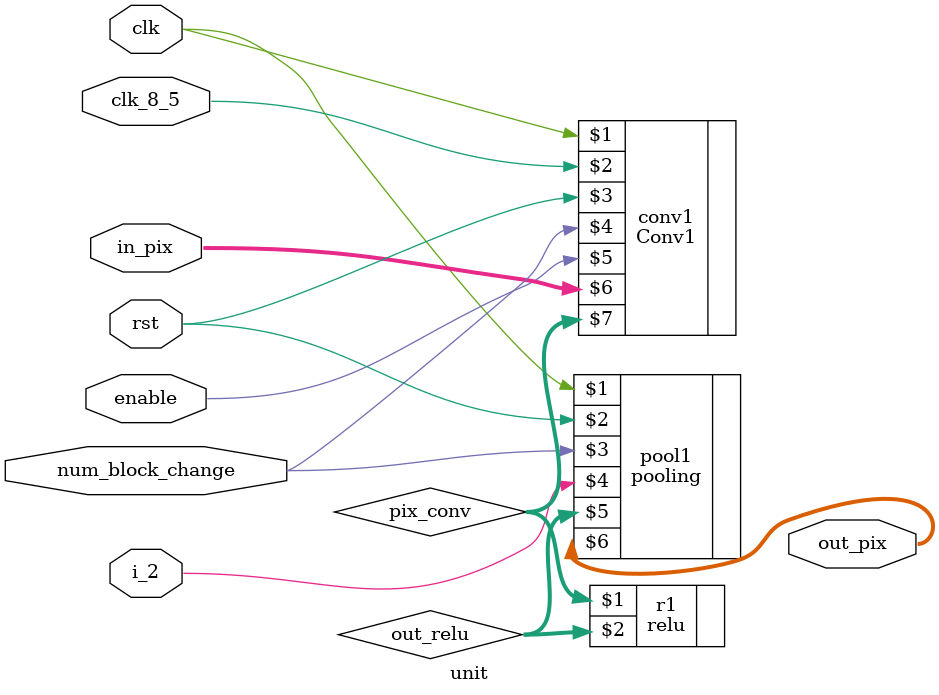
<source format=v>
`timescale 1ns / 1ps


module unit( input clk ,input clk_8_5,input rst ,input num_block_change,input enable,input i_2,input [47:0] in_pix,output [15:0] out_pix
        );
        
        wire [15:0] pix_conv;
        wire [15:0] out_relu;
        Conv1 conv1(clk,clk_8_5,rst,num_block_change,enable,in_pix,pix_conv);
        relu r1(pix_conv,out_relu);
        //assign out_relu=pix_conv;
        pooling pool1(clk,rst,num_block_change,i_2,out_relu,out_pix);
    endmodule

</source>
